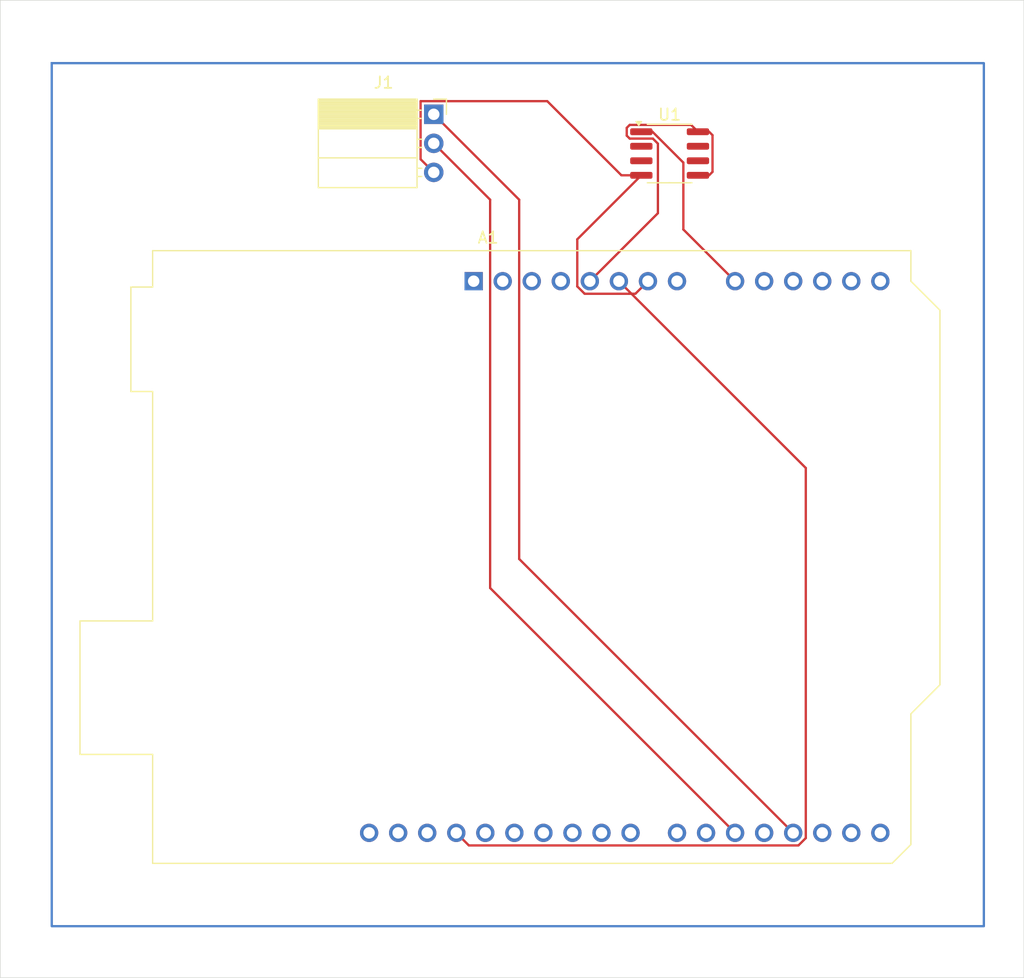
<source format=kicad_pcb>
(kicad_pcb (version 20240108) (generator "pcbnew") (generator_version "8.0")
  (title_block (company "Jokomba Quyum Adeola"))
  (layers (0 "F.Cu" signal) (31 "B.Cu" signal) (34 "B.Paste" user) (35 "F.Paste" user) (36 "B.SilkS" user "B.Silkscreen") (37 "F.SilkS" user "F.Silkscreen") (38 "B.Mask" user) (39 "F.Mask" user) (44 "Edge.Cuts" user))
  (net 0 "")
  (net 9 "+5V")
  (net 10 "Net-(A1-D3)")
  (net 11 "GND")
  (net 14 "Net-(A1-A0)")
  (net 23 "Net-(A1-D5)")
  (footprint "Package_SO:SOIC-8_3.9x4.9mm_P1.27mm" (layer "F.Cu") (at 138.525 80.405)
    (property "Reference" "U1" (at 0 -3.4 0) (layer "F.SilkS"))
    (property "Value" "TMP36xS")
    (fp_line (start 0 -2.56) (end -1.95 -2.56) (stroke (width 0.12)) (layer "F.SilkS"))
    (fp_line (start 0 -2.56) (end 1.95 -2.56) (stroke (width 0.12)) (layer "F.SilkS"))
    (fp_line (start 0 2.56) (end -1.95 2.56) (stroke (width 0.12)) (layer "F.SilkS"))
    (fp_line (start 0 2.56) (end 1.95 2.56) (stroke (width 0.12)) (layer "F.SilkS"))
    (fp_poly (pts (xy -2.7 -2.465) (xy -2.94 -2.795) (xy -2.46 -2.795) (xy -2.7 -2.465)) (stroke (width 0.12)) (fill solid) (layer "F.SilkS"))
    (pad "1" smd roundrect (at -2.475 -1.905) (size 1.95 0.6) (layers "F.Cu" "F.Paste" "F.Mask") (net 14 "Net-(A1-A0)"))
    (pad "2" smd roundrect (at -2.475 -0.635) (size 1.95 0.6) (layers "F.Cu" "F.Paste" "F.Mask"))
    (pad "3" smd roundrect (at -2.475 0.635) (size 1.95 0.6) (layers "F.Cu" "F.Paste" "F.Mask"))
    (pad "4" smd roundrect (at -2.475 1.905) (size 1.95 0.6) (layers "F.Cu" "F.Paste" "F.Mask") (net 11 "GND"))
    (pad "5" smd roundrect (at 2.475 1.905) (size 1.95 0.6) (layers "F.Cu" "F.Paste" "F.Mask") (net 9 "+5V"))
    (pad "6" smd roundrect (at 2.475 0.635) (size 1.95 0.6) (layers "F.Cu" "F.Paste" "F.Mask"))
    (pad "7" smd roundrect (at 2.475 -0.635) (size 1.95 0.6) (layers "F.Cu" "F.Paste" "F.Mask"))
    (pad "8" smd roundrect (at 2.475 -1.905) (size 1.95 0.6) (layers "F.Cu" "F.Paste" "F.Mask") (net 9 "+5V"))
  )
  (footprint "Connector_PinSocket_2.54mm:PinSocket_1x03_P2.54mm_Horizontal" (layer "F.Cu") (at 117.9 76.975)
    (property "Reference" "J1" (at -4.38 -2.77 0) (layer "F.SilkS"))
    (property "Value" "Conn_01x03_Pin")
    (fp_line (start -10.09 -1.33) (end -10.09 6.41) (stroke (width 0.12)) (layer "F.SilkS"))
    (fp_line (start -10.09 -1.33) (end -1.46 -1.33) (stroke (width 0.12)) (layer "F.SilkS"))
    (fp_line (start -10.09 -1.21) (end -1.46 -1.21) (stroke (width 0.12)) (layer "F.SilkS"))
    (fp_line (start -10.09 -1.091905) (end -1.46 -1.091905) (stroke (width 0.12)) (layer "F.SilkS"))
    (fp_line (start -10.09 -0.97381) (end -1.46 -0.97381) (stroke (width 0.12)) (layer "F.SilkS"))
    (fp_line (start -10.09 -0.855715) (end -1.46 -0.855715) (stroke (width 0.12)) (layer "F.SilkS"))
    (fp_line (start -10.09 -0.73762) (end -1.46 -0.73762) (stroke (width 0.12)) (layer "F.SilkS"))
    (fp_line (start -10.09 -0.619525) (end -1.46 -0.619525) (stroke (width 0.12)) (layer "F.SilkS"))
    (fp_line (start -10.09 -0.50143) (end -1.46 -0.50143) (stroke (width 0.12)) (layer "F.SilkS"))
    (fp_line (start -10.09 -0.383335) (end -1.46 -0.383335) (stroke (width 0.12)) (layer "F.SilkS"))
    (fp_line (start -10.09 -0.26524) (end -1.46 -0.26524) (stroke (width 0.12)) (layer "F.SilkS"))
    (fp_line (start -10.09 -0.147145) (end -1.46 -0.147145) (stroke (width 0.12)) (layer "F.SilkS"))
    (fp_line (start -10.09 -0.02905) (end -1.46 -0.02905) (stroke (width 0.12)) (layer "F.SilkS"))
    (fp_line (start -10.09 0.089045) (end -1.46 0.089045) (stroke (width 0.12)) (layer "F.SilkS"))
    (fp_line (start -10.09 0.20714) (end -1.46 0.20714) (stroke (width 0.12)) (layer "F.SilkS"))
    (fp_line (start -10.09 0.325235) (end -1.46 0.325235) (stroke (width 0.12)) (layer "F.SilkS"))
    (fp_line (start -10.09 0.44333) (end -1.46 0.44333) (stroke (width 0.12)) (layer "F.SilkS"))
    (fp_line (start -10.09 0.561425) (end -1.46 0.561425) (stroke (width 0.12)) (layer "F.SilkS"))
    (fp_line (start -10.09 0.67952) (end -1.46 0.67952) (stroke (width 0.12)) (layer "F.SilkS"))
    (fp_line (start -10.09 0.797615) (end -1.46 0.797615) (stroke (width 0.12)) (layer "F.SilkS"))
    (fp_line (start -10.09 0.91571) (end -1.46 0.91571) (stroke (width 0.12)) (layer "F.SilkS"))
    (fp_line (start -10.09 1.033805) (end -1.46 1.033805) (stroke (width 0.12)) (layer "F.SilkS"))
    (fp_line (start -10.09 1.1519) (end -1.46 1.1519) (stroke (width 0.12)) (layer "F.SilkS"))
    (fp_line (start -10.09 1.27) (end -1.46 1.27) (stroke (width 0.12)) (layer "F.SilkS"))
    (fp_line (start -10.09 3.81) (end -1.46 3.81) (stroke (width 0.12)) (layer "F.SilkS"))
    (fp_line (start -10.09 6.41) (end -1.46 6.41) (stroke (width 0.12)) (layer "F.SilkS"))
    (fp_line (start -1.46 -1.33) (end -1.46 6.41) (stroke (width 0.12)) (layer "F.SilkS"))
    (fp_line (start -1.46 -0.36) (end -1.11 -0.36) (stroke (width 0.12)) (layer "F.SilkS"))
    (fp_line (start -1.46 0.36) (end -1.11 0.36) (stroke (width 0.12)) (layer "F.SilkS"))
    (fp_line (start -1.46 2.18) (end -1.05 2.18) (stroke (width 0.12)) (layer "F.SilkS"))
    (fp_line (start -1.46 2.9) (end -1.05 2.9) (stroke (width 0.12)) (layer "F.SilkS"))
    (fp_line (start -1.46 4.72) (end -1.05 4.72) (stroke (width 0.12)) (layer "F.SilkS"))
    (fp_line (start -1.46 5.44) (end -1.05 5.44) (stroke (width 0.12)) (layer "F.SilkS"))
    (fp_line (start 0 -1.33) (end 1.11 -1.33) (stroke (width 0.12)) (layer "F.SilkS"))
    (fp_line (start 1.11 -1.33) (end 1.11 0) (stroke (width 0.12)) (layer "F.SilkS"))
    (pad "1" thru_hole rect (at 0 0) (size 1.7 1.7) (drill 1) (layers "*.Cu" "*.Mask") (net 10 "Net-(A1-D3)"))
    (pad "2" thru_hole oval (at 0 2.54) (size 1.7 1.7) (drill 1) (layers "*.Cu" "*.Mask") (net 23 "Net-(A1-D5)"))
    (pad "3" thru_hole oval (at 0 5.08) (size 1.7 1.7) (drill 1) (layers "*.Cu" "*.Mask") (net 11 "GND"))
  )
  (footprint "Module:Arduino_UNO_R3" (layer "F.Cu") (at 121.39 91.575)
    (property "Reference" "A1" (at 1.27 -3.81 180) (layer "F.SilkS"))
    (property "Value" "Arduino_UNO_R3")
    (fp_line (start -34.42 29.72) (end -34.42 41.4) (stroke (width 0.12)) (layer "F.SilkS"))
    (fp_line (start -34.42 41.4) (end -28.07 41.4) (stroke (width 0.12)) (layer "F.SilkS"))
    (fp_line (start -29.97 0.51) (end -29.97 9.65) (stroke (width 0.12)) (layer "F.SilkS"))
    (fp_line (start -29.97 9.65) (end -28.07 9.65) (stroke (width 0.12)) (layer "F.SilkS"))
    (fp_line (start -28.07 -2.67) (end -28.07 0.51) (stroke (width 0.12)) (layer "F.SilkS"))
    (fp_line (start -28.07 0.51) (end -29.97 0.51) (stroke (width 0.12)) (layer "F.SilkS"))
    (fp_line (start -28.07 9.65) (end -28.07 29.72) (stroke (width 0.12)) (layer "F.SilkS"))
    (fp_line (start -28.07 29.72) (end -34.42 29.72) (stroke (width 0.12)) (layer "F.SilkS"))
    (fp_line (start -28.07 41.4) (end -28.07 50.93) (stroke (width 0.12)) (layer "F.SilkS"))
    (fp_line (start -28.07 50.93) (end 36.58 50.93) (stroke (width 0.12)) (layer "F.SilkS"))
    (fp_line (start 36.58 50.93) (end 38.23 49.28) (stroke (width 0.12)) (layer "F.SilkS"))
    (fp_line (start 38.23 -2.67) (end -28.07 -2.67) (stroke (width 0.12)) (layer "F.SilkS"))
    (fp_line (start 38.23 0) (end 38.23 -2.67) (stroke (width 0.12)) (layer "F.SilkS"))
    (fp_line (start 38.23 37.85) (end 40.77 35.31) (stroke (width 0.12)) (layer "F.SilkS"))
    (fp_line (start 38.23 49.28) (end 38.23 37.85) (stroke (width 0.12)) (layer "F.SilkS"))
    (fp_line (start 40.77 2.54) (end 38.23 0) (stroke (width 0.12)) (layer "F.SilkS"))
    (fp_line (start 40.77 35.31) (end 40.77 2.54) (stroke (width 0.12)) (layer "F.SilkS"))
    (pad "1" thru_hole rect (at 0 0 90) (size 1.6 1.6) (drill 1) (layers "*.Cu" "*.Mask"))
    (pad "2" thru_hole oval (at 2.54 0 90) (size 1.6 1.6) (drill 1) (layers "*.Cu" "*.Mask"))
    (pad "3" thru_hole oval (at 5.08 0 90) (size 1.6 1.6) (drill 1) (layers "*.Cu" "*.Mask"))
    (pad "4" thru_hole oval (at 7.62 0 90) (size 1.6 1.6) (drill 1) (layers "*.Cu" "*.Mask"))
    (pad "5" thru_hole oval (at 10.16 0 90) (size 1.6 1.6) (drill 1) (layers "*.Cu" "*.Mask") (net 9 "+5V"))
    (pad "6" thru_hole oval (at 12.7 0 90) (size 1.6 1.6) (drill 1) (layers "*.Cu" "*.Mask") (net 11 "GND"))
    (pad "7" thru_hole oval (at 15.24 0 90) (size 1.6 1.6) (drill 1) (layers "*.Cu" "*.Mask") (net 11 "GND"))
    (pad "8" thru_hole oval (at 17.78 0 90) (size 1.6 1.6) (drill 1) (layers "*.Cu" "*.Mask"))
    (pad "9" thru_hole oval (at 22.86 0 90) (size 1.6 1.6) (drill 1) (layers "*.Cu" "*.Mask") (net 14 "Net-(A1-A0)"))
    (pad "10" thru_hole oval (at 25.4 0 90) (size 1.6 1.6) (drill 1) (layers "*.Cu" "*.Mask"))
    (pad "11" thru_hole oval (at 27.94 0 90) (size 1.6 1.6) (drill 1) (layers "*.Cu" "*.Mask"))
    (pad "12" thru_hole oval (at 30.48 0 90) (size 1.6 1.6) (drill 1) (layers "*.Cu" "*.Mask"))
    (pad "13" thru_hole oval (at 33.02 0 90) (size 1.6 1.6) (drill 1) (layers "*.Cu" "*.Mask"))
    (pad "14" thru_hole oval (at 35.56 0 90) (size 1.6 1.6) (drill 1) (layers "*.Cu" "*.Mask"))
    (pad "15" thru_hole oval (at 35.56 48.26 90) (size 1.6 1.6) (drill 1) (layers "*.Cu" "*.Mask"))
    (pad "16" thru_hole oval (at 33.02 48.26 90) (size 1.6 1.6) (drill 1) (layers "*.Cu" "*.Mask"))
    (pad "17" thru_hole oval (at 30.48 48.26 90) (size 1.6 1.6) (drill 1) (layers "*.Cu" "*.Mask"))
    (pad "18" thru_hole oval (at 27.94 48.26 90) (size 1.6 1.6) (drill 1) (layers "*.Cu" "*.Mask") (net 10 "Net-(A1-D3)"))
    (pad "19" thru_hole oval (at 25.4 48.26 90) (size 1.6 1.6) (drill 1) (layers "*.Cu" "*.Mask"))
    (pad "20" thru_hole oval (at 22.86 48.26 90) (size 1.6 1.6) (drill 1) (layers "*.Cu" "*.Mask") (net 23 "Net-(A1-D5)"))
    (pad "21" thru_hole oval (at 20.32 48.26 90) (size 1.6 1.6) (drill 1) (layers "*.Cu" "*.Mask"))
    (pad "22" thru_hole oval (at 17.78 48.26 90) (size 1.6 1.6) (drill 1) (layers "*.Cu" "*.Mask"))
    (pad "23" thru_hole oval (at 13.72 48.26 90) (size 1.6 1.6) (drill 1) (layers "*.Cu" "*.Mask"))
    (pad "24" thru_hole oval (at 11.18 48.26 90) (size 1.6 1.6) (drill 1) (layers "*.Cu" "*.Mask"))
    (pad "25" thru_hole oval (at 8.64 48.26 90) (size 1.6 1.6) (drill 1) (layers "*.Cu" "*.Mask"))
    (pad "26" thru_hole oval (at 6.1 48.26 90) (size 1.6 1.6) (drill 1) (layers "*.Cu" "*.Mask"))
    (pad "27" thru_hole oval (at 3.56 48.26 90) (size 1.6 1.6) (drill 1) (layers "*.Cu" "*.Mask"))
    (pad "28" thru_hole oval (at 1.02 48.26 90) (size 1.6 1.6) (drill 1) (layers "*.Cu" "*.Mask"))
    (pad "29" thru_hole oval (at -1.52 48.26 90) (size 1.6 1.6) (drill 1) (layers "*.Cu" "*.Mask") (net 11 "GND"))
    (pad "30" thru_hole oval (at -4.06 48.26 90) (size 1.6 1.6) (drill 1) (layers "*.Cu" "*.Mask"))
    (pad "31" thru_hole oval (at -6.6 48.26 90) (size 1.6 1.6) (drill 1) (layers "*.Cu" "*.Mask"))
    (pad "32" thru_hole oval (at -9.14 48.26 90) (size 1.6 1.6) (drill 1) (layers "*.Cu" "*.Mask"))
  )
  (gr_rect (start 84.5 72.5) (end 166 148) (stroke (width 0.2)) (fill none) (layer "B.Cu"))
  (gr_rect (start 80 67) (end 169.5 152.5) (stroke (width 0.05)) (fill none) (layer "Edge.Cuts"))
  (segment (start 140.4 77.9) (end 135.034448 77.9) (width 0.2) (layer "F.Cu") (net 9))
  (segment (start 134.775 78.840552) (end 135.034448 79.1) (width 0.2) (layer "F.Cu") (net 9))
  (segment (start 137.5 79.540687) (end 137.5 85.625) (width 0.2) (layer "F.Cu") (net 9))
  (segment (start 142.275 82.009999) (end 141.974999 82.31) (width 0.2) (layer "F.Cu") (net 9))
  (segment (start 141 78.5) (end 141.974999 78.5) (width 0.2) (layer "F.Cu") (net 9))
  (segment (start 141.974999 78.5) (end 142.275 78.800001) (width 0.2) (layer "F.Cu") (net 9))
  (segment (start 141.974999 82.31) (end 141 82.31) (width 0.2) (layer "F.Cu") (net 9))
  (segment (start 141 78.5) (end 140.4 77.9) (width 0.2) (layer "F.Cu") (net 9))
  (segment (start 137.5 85.625) (end 131.55 91.575) (width 0.2) (layer "F.Cu") (net 9))
  (segment (start 135.034448 77.9) (end 134.775 78.159448) (width 0.2) (layer "F.Cu") (net 9))
  (segment (start 142.275 78.800001) (end 142.275 82.009999) (width 0.2) (layer "F.Cu") (net 9))
  (segment (start 134.775 78.159448) (end 134.775 78.840552) (width 0.2) (layer "F.Cu") (net 9))
  (segment (start 135.034448 79.1) (end 137.059313 79.1) (width 0.2) (layer "F.Cu") (net 9))
  (segment (start 137.059313 79.1) (end 137.5 79.540687) (width 0.2) (layer "F.Cu") (net 9))
  (segment (start 125.37 115.875) (end 149.33 139.835) (width 0.2) (layer "F.Cu") (net 10))
  (segment (start 117.9 76.975) (end 125.37 84.445) (width 0.2) (layer "F.Cu") (net 10))
  (segment (start 125.37 84.445) (end 125.37 115.875) (width 0.2) (layer "F.Cu") (net 10))
  (segment (start 136.63 91.575) (end 135.53 92.675) (width 0.2) (layer "F.Cu") (net 11))
  (segment (start 127.825 75.825) (end 134.31 82.31) (width 0.2) (layer "F.Cu") (net 11))
  (segment (start 150.43 107.915) (end 134.09 91.575) (width 0.2) (layer "F.Cu") (net 11))
  (segment (start 117.9 82.055) (end 116.75 80.905) (width 0.2) (layer "F.Cu") (net 11))
  (segment (start 119.87 139.835) (end 120.97 140.935) (width 0.2) (layer "F.Cu") (net 11))
  (segment (start 150.43 140.290635) (end 150.43 107.915) (width 0.2) (layer "F.Cu") (net 11))
  (segment (start 135.53 92.675) (end 131.094365 92.675) (width 0.2) (layer "F.Cu") (net 11))
  (segment (start 130.45 87.91) (end 136.05 82.31) (width 0.2) (layer "F.Cu") (net 11))
  (segment (start 116.75 80.905) (end 116.75 75.825) (width 0.2) (layer "F.Cu") (net 11))
  (segment (start 130.45 92.030635) (end 130.45 87.91) (width 0.2) (layer "F.Cu") (net 11))
  (segment (start 149.785635 140.935) (end 150.43 140.290635) (width 0.2) (layer "F.Cu") (net 11))
  (segment (start 131.094365 92.675) (end 130.45 92.030635) (width 0.2) (layer "F.Cu") (net 11))
  (segment (start 134.31 82.31) (end 136.05 82.31) (width 0.2) (layer "F.Cu") (net 11))
  (segment (start 116.75 75.825) (end 127.825 75.825) (width 0.2) (layer "F.Cu") (net 11))
  (segment (start 120.97 140.935) (end 149.785635 140.935) (width 0.2) (layer "F.Cu") (net 11))
  (segment (start 136.05 78.5) (end 137.024999 78.5) (width 0.2) (layer "F.Cu") (net 14))
  (segment (start 139.725 81.200001) (end 139.725 87.05) (width 0.2) (layer "F.Cu") (net 14))
  (segment (start 137.024999 78.5) (end 139.725 81.200001) (width 0.2) (layer "F.Cu") (net 14))
  (segment (start 139.725 87.05) (end 144.25 91.575) (width 0.2) (layer "F.Cu") (net 14))
  (segment (start 122.83 84.445) (end 122.83 118.415) (width 0.2) (layer "F.Cu") (net 23))
  (segment (start 122.83 118.415) (end 144.25 139.835) (width 0.2) (layer "F.Cu") (net 23))
  (segment (start 117.9 79.515) (end 122.83 84.445) (width 0.2) (layer "F.Cu") (net 23))
)
</source>
